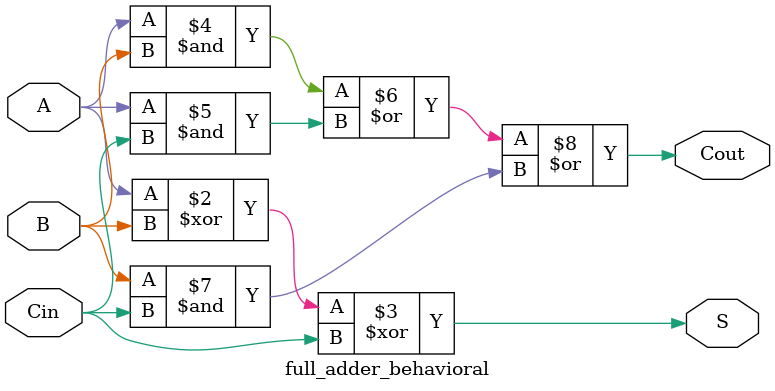
<source format=v>
`timescale 1ns / 1ps


module full_adder_behavioral(A,B,Cin,S,Cout);
    input A,B,Cin;
	output S,Cout;
    reg S,Cout;
    
    always@(A,B,Cin)
        begin
    S <= A^B^Cin;
    Cout<=A&B| A&Cin| B&Cin;
    end

endmodule

</source>
